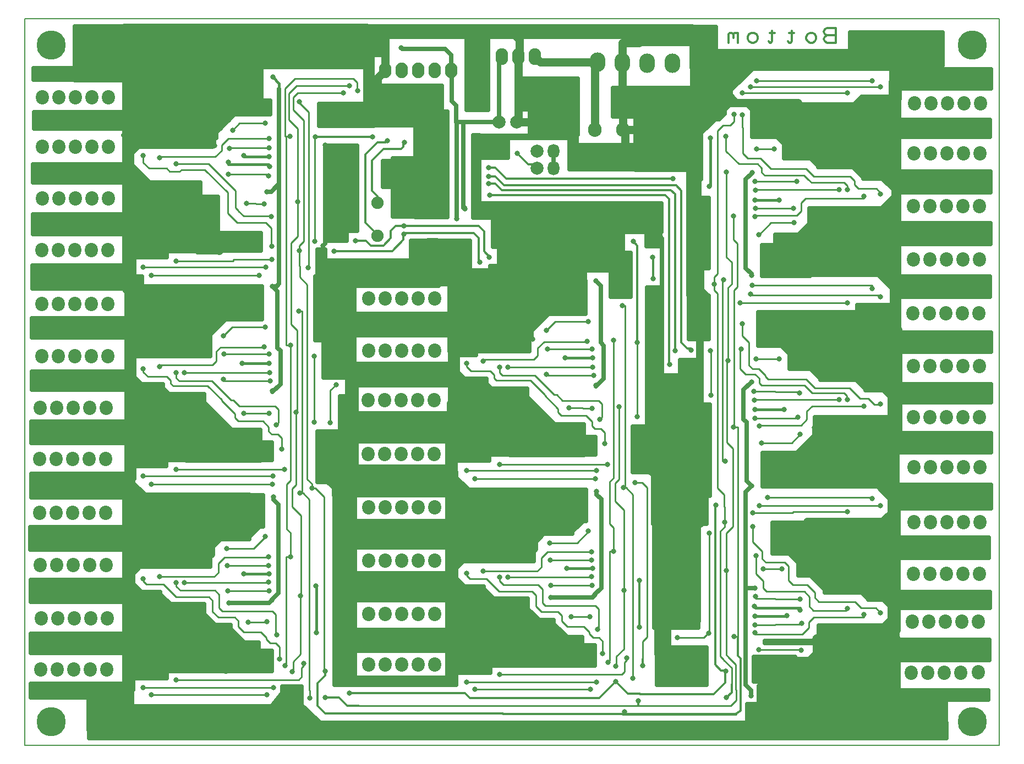
<source format=gbr>
G04 EasyPC Gerber Version 21.0.3 Build 4286 *
G04 #@! TF.Part,Single*
G04 #@! TF.FileFunction,Copper,L2,Bot *
G04 #@! TF.FilePolarity,Positive *
%FSLAX45Y45*%
%MOMM*%
G04 #@! TA.AperFunction,WasherPad*
%ADD17O,1.80000X2.20000*%
%ADD14O,1.90000X2.40000*%
%ADD15O,1.90000X2.60000*%
%ADD12O,2.00000X2.20000*%
%ADD19O,2.10000X2.20000*%
%ADD18O,2.40000X3.00000*%
G04 #@! TD.AperFunction*
%ADD24C,0.12700*%
%ADD20C,0.28000*%
%ADD22C,0.30000*%
%ADD70C,0.38000*%
%ADD21C,0.38100*%
%ADD10C,0.63500*%
G04 #@! TA.AperFunction,WasherPad*
%ADD13C,0.82000*%
G04 #@! TD.AperFunction*
%ADD23C,1.27000*%
G04 #@! TA.AperFunction,ComponentPad*
%ADD71C,1.90000*%
G04 #@! TA.AperFunction,WasherPad*
%ADD16C,2.00000*%
%ADD11C,4.50000*%
X0Y0D02*
D02*
D10*
X175210Y3021350D02*
X1651820D01*
Y3368600*
X175210*
Y3021350*
G36*
X1651820*
Y3368600*
X175210*
Y3021350*
G37*
X178380Y741790D02*
X1731070D01*
Y959400*
X178380*
Y741790*
G36*
X1731070*
Y959400*
X178380*
Y741790*
G37*
X181550Y2219340D02*
X1677790D01*
Y2558200*
X181550*
Y2219340*
G36*
X1677790*
Y2558200*
X181550*
Y2219340*
G37*
X184720Y1426840D02*
X1680960D01*
Y1723370*
X184720*
Y1426840*
G36*
X1680960*
Y1723370*
X184720*
Y1426840*
G37*
X187890Y3828250D02*
X1639140D01*
Y4189630*
X187890*
Y3828250*
G36*
X1639140*
Y4189630*
X187890*
Y3828250*
G37*
X194230Y4665130D02*
X1655600D01*
Y4992760*
X194230*
Y4665130*
G36*
X1655600*
Y4992760*
X194230*
Y4665130*
G37*
X197400Y5487610D02*
X1680960D01*
Y5768290*
X197400*
Y5487610*
G36*
X1680960*
Y5768290*
X197400*
Y5487610*
G37*
X200570Y6292790D02*
X1646090D01*
Y6582980*
X200570*
Y6292790*
G36*
X1646090*
Y6582980*
X200570*
Y6292790*
G37*
X203740Y7045800D02*
X1649260D01*
Y7395950*
X203740*
Y7045800*
G36*
X1649260*
Y7395950*
X203740*
Y7045800*
G37*
X216420Y8676630D02*
X1633410D01*
Y8955590*
X216420*
Y8676630*
G36*
X1633410*
Y8955590*
X216420*
Y8676630*
G37*
X219590Y7877790D02*
X1591590D01*
Y8183830*
X219590*
Y7877790*
G36*
X1591590*
Y8183830*
X219590*
Y7877790*
G37*
X225930Y10261300D02*
X1018430D01*
Y10441990*
X225930*
Y10261300*
G36*
X1018430*
Y10441990*
X225930*
Y10261300*
G37*
X232270Y9504000D02*
X3103680D01*
Y9763940*
X232270*
Y9504000*
G36*
X3103680*
Y9763940*
X232270*
Y9504000*
G37*
X856760Y10250670D02*
X1750700D01*
Y11085500*
X856760*
Y10250670*
G36*
X1750700*
Y11085500*
X856760*
Y10250670*
G37*
X1072320Y240930D02*
X1741190D01*
Y836890*
X1072320*
Y240930*
G36*
X1741190*
Y836890*
X1072320*
Y240930*
G37*
X1081830Y114130D02*
X14269030D01*
Y358220*
X1081830*
Y114130*
G36*
X14269030*
Y358220*
X1081830*
Y114130*
G37*
X1617560Y859080D02*
X1753260D01*
Y4130850*
X1617560*
Y859080*
G36*
X1753260*
Y4130850*
X1617560*
Y859080*
G37*
Y9729070D02*
X3730880D01*
Y11088670*
X1617560*
Y9729070*
G36*
X3730880*
Y11088670*
X1617560*
Y9729070*
G37*
X1630240Y291650D02*
X4359610D01*
Y611820*
X1630240*
Y291650*
G36*
X4359610*
Y611820*
X1630240*
Y291650*
G37*
X1652430Y4111830D02*
X1772280D01*
Y7646380*
X1652430*
Y4111830*
G36*
X1772280*
Y7646380*
X1652430*
Y4111830*
G37*
X1655600Y7605170D02*
X1743750D01*
Y9510340*
X1655600*
Y7605170*
G36*
X1743750*
Y9510340*
X1655600*
Y7605170*
G37*
X1680350Y5766570D02*
X1686690D01*
X2029050Y5424210*
X1680350*
X1667670Y5370320*
X1680350Y5766570*
G36*
X1686690*
X2029050Y5424210*
X1680350*
X1667670Y5370320*
X1680350Y5766570*
G37*
X1689860Y2555360D02*
X1696200D01*
X2038560Y2213000*
X1689860*
X1677180Y2159110*
X1689860Y2555360*
G36*
X1696200*
X2038560Y2213000*
X1689860*
X1677180Y2159110*
X1689860Y2555360*
G37*
X1693030Y9225040D02*
X2973710D01*
Y9516680*
X1693030*
Y9225040*
G36*
X2973710*
Y9516680*
X1693030*
Y9225040*
G37*
X1702540Y2761410D02*
X2945180D01*
Y3243250*
X1702540*
Y2761410*
G36*
X2945180*
Y3243250*
X1702540*
Y2761410*
G37*
X1705710Y4311540D02*
X2263630D01*
Y4460530*
X1705710*
Y4311540*
G36*
X2263630*
Y4460530*
X1705710*
Y4311540*
G37*
Y7633700D02*
X2793020D01*
Y8679800*
X1705710*
Y7633700*
G36*
X2793020*
Y8679800*
X1705710*
Y7633700*
G37*
X1708880Y5997980D02*
X2939450D01*
Y6628810*
X1708880*
Y5997980*
G36*
X2939450*
Y6628810*
X1708880*
Y5997980*
G37*
X1718390Y4083300D02*
X1724730D01*
X2067090Y3740940*
X1718390*
X1705710Y3687050*
X1718390Y4083300*
G36*
X1724730*
X2067090Y3740940*
X1718390*
X1705710Y3687050*
X1718390Y4083300*
G37*
X1724730Y1043270D02*
X2276310D01*
Y1163730*
X1724730*
Y1043270*
G36*
X2276310*
Y1163730*
X1724730*
Y1043270*
G37*
Y1823090D02*
X2853250D01*
Y2187640*
X1724730*
Y1823090*
G36*
X2853250*
Y2187640*
X1724730*
Y1823090*
G37*
Y8958760D02*
X1731070D01*
X2073430Y8616400*
X1724730*
X1712050Y8562510*
X1724730Y8958760*
G36*
X1731070*
X2073430Y8616400*
X1724730*
X1712050Y8562510*
X1724730Y8958760*
G37*
X1731070Y1151050D02*
X3255840D01*
Y1857960*
X1731070*
Y1151050*
G36*
X3255840*
Y1857960*
X1731070*
Y1151050*
G37*
X1734240Y5402020D02*
X2216080D01*
Y5573200*
X1734240*
Y5402020*
G36*
X2216080*
Y5573200*
X1734240*
Y5402020*
G37*
X1740580Y3186190D02*
X3541140D01*
Y3864570*
X1740580*
Y3186190*
G36*
X3541140*
Y3864570*
X1740580*
Y3186190*
G37*
X1743750Y4470040D02*
X2850080D01*
Y5417870*
X1743750*
Y4470040*
G36*
X2850080*
Y5417870*
X1743750*
Y4470040*
G37*
X1750090Y2146430D02*
X2174870D01*
Y2368330*
X1750090*
Y2146430*
G36*
X2174870*
Y2368330*
X1750090*
Y2146430*
G37*
X1753260Y7522750D02*
X2276310D01*
Y7633700*
X1753260*
Y7522750*
G36*
X2276310*
Y7633700*
X1753260*
Y7522750*
G37*
X1765940Y6568580D02*
X3740850D01*
Y7078950*
X1765940*
Y6568580*
G36*
X3740850*
Y7078950*
X1765940*
Y6568580*
G37*
X1778620Y7069440D02*
X1895910D01*
Y7231110*
X1778620*
Y7069440*
G36*
X1895910*
Y7231110*
X1778620*
Y7069440*
G37*
X1918100Y2818470D02*
Y2815300D01*
X1702540Y2599740*
Y2818470*
X1680350Y2840660*
X1918100Y2818470*
G36*
Y2815300*
X1702540Y2599740*
Y2818470*
X1680350Y2840660*
X1918100Y2818470*
G37*
X2003690Y9396220D02*
Y9389880D01*
X1661330Y9047520*
Y9396220*
X1607440Y9408900*
X2003690Y9396220*
G36*
Y9389880*
X1661330Y9047520*
Y9396220*
X1607440Y9408900*
X2003690Y9396220*
G37*
X2143170Y2361990D02*
X2149510D01*
X2491870Y2019630*
X2143170*
X2130490Y1965740*
X2143170Y2361990*
G36*
X2149510*
X2491870Y2019630*
X2143170*
X2130490Y1965740*
X2143170Y2361990*
G37*
X2174870Y5541500D02*
X2181210D01*
X2523570Y5199140*
X2174870*
X2162190Y5145250*
X2174870Y5541500*
G36*
X2181210*
X2523570Y5199140*
X2174870*
X2162190Y5145250*
X2174870Y5541500*
G37*
X2580630Y4393960D02*
X3715490D01*
Y4866290*
X2580630*
Y4393960*
G36*
X3715490*
Y4866290*
X2580630*
Y4393960*
G37*
X2748640Y7605170D02*
X3062470D01*
Y8457900*
X2748640*
Y7605170*
G36*
X3062470*
Y8457900*
X2748640*
Y7605170*
G37*
X2774000Y2102050D02*
X2780340D01*
X3122700Y1759690*
X2774000*
X2761320Y1705800*
X2774000Y2102050*
G36*
X2780340*
X3122700Y1759690*
X2774000*
X2761320Y1705800*
X2774000Y2102050*
G37*
X2875440Y9361350D02*
X3037110D01*
Y9557890*
X2875440*
Y9361350*
G36*
X3037110*
Y9557890*
X2875440*
Y9361350*
G37*
X2929330Y6181840D02*
X2913480D01*
Y6501830*
X2919820Y6508170*
X2992730Y9633970D02*
X3233650D01*
Y9824170*
X2992730*
Y9633970*
G36*
X3233650*
Y9824170*
X2992730*
Y9633970*
G37*
X3011750Y9247560D02*
X3001690D01*
Y9330660*
X2980050*
Y9551550*
X3043450Y7624190D02*
X3718660D01*
Y7896810*
X3043450*
Y7624190*
G36*
X3718660*
Y7896810*
X3043450*
Y7624190*
G37*
X3144890Y3227400D02*
Y3224230D01*
X2929330Y3008670*
Y3227400*
X2907140Y3249590*
X3144890Y3227400*
G36*
Y3224230*
X2929330Y3008670*
Y3227400*
X2907140Y3249590*
X3144890Y3227400*
G37*
X3208290Y1842110D02*
X3214630D01*
X3556990Y1499750*
X3208290*
X3195610Y1445860*
X3208290Y1842110*
G36*
X3214630*
X3556990Y1499750*
X3208290*
X3195610Y1445860*
X3208290Y1842110*
G37*
X3214630Y6647830D02*
Y6603450D01*
X2799360Y6188180*
Y6651000*
X2831060Y6682700*
X3214630Y6647830*
G36*
Y6603450*
X2799360Y6188180*
Y6651000*
X2831060Y6682700*
X3214630Y6647830*
G37*
X3231090Y2203490D02*
X3850480D01*
X3892000Y2245010*
X3236820Y1151050D02*
X3690130D01*
Y1588510*
X3236820*
Y1151050*
G36*
X3690130*
Y1588510*
X3236820*
Y1151050*
G37*
X3297050Y4844100D02*
X2754980Y5386170D01*
Y4844100*
X2761320Y4825080*
X3297050Y4844100*
G36*
X2754980Y5386170*
Y4844100*
X2761320Y4825080*
X3297050Y4844100*
G37*
X3325580Y9741750D02*
Y9735410D01*
X2983220Y9393050*
Y9741750*
X2929330Y9754430*
X3325580Y9741750*
G36*
Y9735410*
X2983220Y9393050*
Y9741750*
X2929330Y9754430*
X3325580Y9741750*
G37*
X3452380Y9729070D02*
X3861310D01*
Y9935120*
X3452380*
Y9729070*
G36*
X3861310*
Y9935120*
X3452380*
Y9729070*
G37*
X3496760Y3379560D02*
X3756700D01*
Y3858230*
X3496760*
Y3379560*
G36*
X3756700*
Y3858230*
X3496760*
Y3379560*
G37*
X3671110Y1154220D02*
X3886670D01*
Y1468050*
X3671110*
Y1154220*
G36*
X3886670*
Y1468050*
X3671110*
Y1154220*
G37*
X3693300Y4400300D02*
X3893010D01*
Y4676090*
X3693300*
Y4400300*
G36*
X3893010*
Y4676090*
X3693300*
Y4400300*
G37*
X3697080Y10454670D02*
X5358160D01*
Y11091840*
X3697080*
Y10454670*
G36*
X5358160*
Y11091840*
X3697080*
Y10454670*
G37*
X3740850Y3417600D02*
Y3414430D01*
X3525290Y3198870*
Y3417600*
X3503100Y3439790*
X3740850Y3417600*
G36*
Y3414430*
X3525290Y3198870*
Y3417600*
X3503100Y3439790*
X3740850Y3417600*
G37*
X3813760Y8537150D02*
X3879010D01*
X4003960Y8662100*
Y8762220*
X3874600Y595970D02*
X4077480D01*
Y846400*
X3874600Y595970*
G36*
X4077480*
Y846400*
X3874600Y595970*
G37*
X3892000Y2245010D02*
Y2251350D01*
X3990270Y2349620*
Y3715890*
X3917360Y3788800*
Y3833180*
X3901510Y5472070D02*
Y5449880D01*
X4021970Y5570340*
Y6083570*
X3977590Y6127950*
Y7000010*
X3901510Y7076090*
X4003960Y8762220D02*
Y7117300D01*
X3962750Y7076090*
X3901510*
X4003960Y8762220D02*
Y10118980D01*
X4052120Y618160D02*
X4346930D01*
Y912970*
X4052120*
Y618160*
G36*
X4346930*
Y912970*
X4052120*
Y618160*
G37*
X4331080Y640350D02*
Y339200D01*
X4651250*
X4331080Y640350*
G36*
Y339200*
X4651250*
X4331080Y640350*
G37*
X4556150Y6251250D02*
X4689290D01*
Y7230780*
X4556150*
Y6251250*
G36*
X4689290*
Y7230780*
X4556150*
Y6251250*
G37*
X4591020Y7386110D02*
X4708310D01*
Y7646050*
X4591020*
Y7386110*
G36*
X4708310*
Y7646050*
X4591020*
Y7386110*
G37*
X4593920Y7130920D02*
X6293040D01*
Y7474400*
X4593920*
Y7130920*
G36*
X6293040*
Y7474400*
X4593920*
Y7130920*
G37*
X4596290Y4062830D02*
X5052770D01*
Y4842650*
X4596290*
Y4062830*
G36*
X5052770*
Y4842650*
X4596290*
Y4062830*
G37*
X4618940Y9551220D02*
X5456430D01*
Y9887570*
X4618940*
Y9551220*
G36*
X5456430*
Y9887570*
X4618940*
Y9551220*
G37*
X4673630Y7088130D02*
X6454710D01*
Y7146770*
X4673630*
Y7088130*
G36*
X6454710*
Y7146770*
X4673630*
Y7088130*
G37*
X4678210Y7707910D02*
Y7296730D01*
X4824530Y7150410*
X5342770Y7146770*
X4685050Y5673190D02*
X5164790D01*
Y7479320*
X4685050*
Y5673190*
G36*
X5164790*
Y7479320*
X4685050*
Y5673190*
G37*
X4709030Y9253240D02*
Y7738730D01*
X4678210Y7707910*
X4711480Y7779190D02*
X5041160D01*
Y9240560*
X4711480*
Y7779190*
G36*
X5041160*
Y9240560*
X4711480*
Y7779190*
G37*
X4750320Y6320520D02*
X6629330D01*
Y6601200*
X4750320*
Y6320520*
G36*
X6629330*
Y6601200*
X4750320*
Y6320520*
G37*
X4801040Y5688620D02*
X6622990D01*
Y5879890*
X4801040*
Y5688620*
G36*
X6622990*
Y5879890*
X4801040*
Y5688620*
G37*
X4850960Y3863770D02*
X6584950D01*
Y4298060*
X4850960*
Y3863770*
G36*
X6584950*
Y4298060*
X4850960*
Y3863770*
G37*
X4859860Y938330D02*
X5167960D01*
Y4191080*
X4859860*
Y938330*
G36*
X5167960*
Y4191080*
X4859860*
Y938330*
G37*
X4863640Y2243900D02*
X6572270D01*
Y2656000*
X4863640*
Y2243900*
G36*
X6572270*
Y2656000*
X4863640*
Y2243900*
G37*
Y3052250D02*
X6584950D01*
Y3461650*
X4863640*
Y3052250*
G36*
X6584950*
Y3461650*
X4863640*
Y3052250*
G37*
X4869370Y2878700D02*
Y3940650D01*
X4592450Y4217570*
Y4462570*
X4606260Y4476380*
X4909280Y1467720D02*
X6610310D01*
Y1787890*
X4909280*
Y1467720*
G36*
X6610310*
Y1787890*
X4909280*
Y1467720*
G37*
X4942890Y4812070D02*
X5047500D01*
Y5385840*
X4942890*
Y4812070*
G36*
X5047500*
Y5385840*
X4942890*
Y4812070*
G37*
X5009460Y7934520D02*
X5206000D01*
Y9243730*
X5009460*
Y7934520*
G36*
X5206000*
Y9243730*
X5009460*
Y7934520*
G37*
X5052770Y4145250D02*
X5193320D01*
Y5695380*
X5052770*
Y4145250*
G36*
X5193320*
Y5695380*
X5052770*
Y4145250*
G37*
X5057010Y4687970D02*
X6676880D01*
Y5119090*
X5057010*
Y4687970*
G36*
X6676880*
Y5119090*
X5057010*
Y4687970*
G37*
X5095050Y6089860D02*
X4736840D01*
X5164790Y938330D02*
X6676880D01*
Y1046110*
X5164790*
Y938330*
G36*
X6676880*
Y1046110*
X5164790*
Y938330*
G37*
X5167960Y5557020D02*
X6635670D01*
Y5721860*
X5167960*
Y5557020*
G36*
X6635670*
Y5721860*
X5167960*
Y5557020*
G37*
X5301100Y10641700D02*
X5602250D01*
Y10949190*
X5301100*
Y10641700*
G36*
X5602250*
Y10949190*
X5301100*
Y10641700*
G37*
X5332800Y9719230D02*
X5443750D01*
Y10768500*
X5332800*
Y9719230*
G36*
X5443750*
Y10768500*
X5332800*
Y9719230*
G37*
X5343110Y10926530D02*
X8665270D01*
Y11078690*
X5343110*
Y10926530*
G36*
X8665270*
Y11078690*
X5343110*
Y10926530*
G37*
X5380350Y9554390D02*
X6505700D01*
Y10169370*
X5380350*
Y9554390*
G36*
X6505700*
Y10169370*
X5380350*
Y9554390*
G37*
X5599080Y8606560D02*
X5779770D01*
Y9009150*
X5599080*
Y8606560*
G36*
X5779770*
Y9009150*
X5599080*
Y8606560*
G37*
X5751240Y8150080D02*
X6404260D01*
Y9053530*
X5751240*
Y8150080*
G36*
X6404260*
Y9053530*
X5751240*
Y8150080*
G37*
X6036540Y7145190D02*
X6939990D01*
Y7782360*
X6036540*
Y7145190*
G36*
X6939990*
Y7782360*
X6036540*
Y7145190*
G37*
X6099940Y8146910D02*
X6588120D01*
Y9773120*
X6099940*
Y8146910*
G36*
X6588120*
Y9773120*
X6099940*
Y8146910*
G37*
X6366220Y9655830D02*
Y9721600D01*
X6420910Y9776290*
X6588920Y935160D02*
X6725690D01*
Y4213920*
X6588920*
Y935160*
G36*
X6725690*
Y4213920*
X6588920*
Y935160*
G37*
X6613480Y4070290D02*
X6714920D01*
Y4415820*
X6613480*
Y4070290*
G36*
X6714920*
Y4415820*
X6613480*
Y4070290*
G37*
X6623790Y6651650D02*
X8713280D01*
Y7162020*
X6623790*
Y6651650*
G36*
X8713280*
Y7162020*
X6623790*
Y6651650*
G37*
X6626960Y6081050D02*
X7854210D01*
Y6711880*
X6626960*
Y6081050*
G36*
X7854210*
Y6711880*
X6626960*
Y6081050*
G37*
Y7109850D02*
X8706480D01*
Y7319070*
X6626960*
Y7109850*
G36*
X8706480*
Y7319070*
X6626960*
Y7109850*
G37*
X6630130Y4553110D02*
X7822510D01*
Y5500940*
X6630130*
Y4553110*
G36*
X7822510*
Y5500940*
X6630130*
Y4553110*
G37*
X6652780Y5849640D02*
X6659120D01*
X7001480Y5507280*
X6652780*
X6640100Y5453390*
X6652780Y5849640*
G36*
X6659120*
X7001480Y5507280*
X6652780*
X6640100Y5453390*
X6652780Y5849640*
G37*
X6653120Y10406650D02*
Y10640030D01*
X6556820Y10736330*
X5897860*
X5878840Y10755350*
X6662290Y2638430D02*
X6668630D01*
X7010990Y2296070*
X6662290*
X6649610Y2242180*
X6662290Y2638430*
G36*
X6668630*
X7010990Y2296070*
X6662290*
X6649610Y2242180*
X6662290Y2638430*
G37*
X6673710Y5737710D02*
X6749790D01*
Y6013500*
X6673710*
Y5737710*
G36*
X6749790*
Y6013500*
X6673710*
Y5737710*
G37*
X6674970Y2844480D02*
X7917610D01*
Y3326320*
X6674970*
Y2844480*
G36*
X7917610*
Y3326320*
X6674970*
Y2844480*
G37*
X6678140Y4394610D02*
X7236060D01*
Y4543600*
X6678140*
Y4394610*
G36*
X7236060*
Y4543600*
X6678140*
Y4394610*
G37*
X6680050Y6019840D02*
X7035090D01*
Y6099090*
X6680050*
Y6019840*
G36*
X7035090*
Y6099090*
X6680050*
Y6019840*
G37*
X6690820Y4166370D02*
X6697160D01*
X7039520Y3824010*
X6690820*
X6678140Y3770120*
X6690820Y4166370*
G36*
X6697160*
X7039520Y3824010*
X6690820*
X6678140Y3770120*
X6690820Y4166370*
G37*
X6697160Y1126340D02*
X7248740D01*
Y1246800*
X6697160*
Y1126340*
G36*
X7248740*
Y1246800*
X6697160*
Y1126340*
G37*
Y1906160D02*
X7825680D01*
Y2270710*
X6697160*
Y1906160*
G36*
X7825680*
Y2270710*
X6697160*
Y1906160*
G37*
X6703500Y1234120D02*
X8228270D01*
Y1941030*
X6703500*
Y1234120*
G36*
X8228270*
Y1941030*
X6703500*
Y1234120*
G37*
X6706670Y5485090D02*
X7188510D01*
Y5656270*
X6706670*
Y5485090*
G36*
X7188510*
Y5656270*
X6706670*
Y5485090*
G37*
X6713010Y3269260D02*
X8513570D01*
Y3947640*
X6713010*
Y3269260*
G36*
X8513570*
Y3947640*
X6713010*
Y3269260*
G37*
X6722520Y2229500D02*
X7147300D01*
Y2451400*
X6722520*
Y2229500*
G36*
X7147300*
Y2451400*
X6722520*
Y2229500*
G37*
X6838550Y9608280D02*
X6751060D01*
X6731570Y9588790*
Y8121080*
X6734740Y8117910*
X6838550Y9608280D02*
X6724430D01*
Y9858710*
X6655820Y9927320*
Y10403950*
X6653120Y10406650*
X6861540Y8270070D02*
Y8286390D01*
X6838550*
Y9608280*
X6889270Y9795310D02*
X7222120D01*
Y10942850*
X6889270*
Y9795310*
G36*
X7222120*
Y10942850*
X6889270*
Y9795310*
G37*
X6890530Y2901540D02*
Y2898370D01*
X6674970Y2682810*
Y2901540*
X6652780Y2923730*
X6890530Y2901540*
G36*
Y2898370*
X6674970Y2682810*
Y2901540*
X6652780Y2923730*
X6890530Y2901540*
G37*
X6990710Y8137400D02*
X7079470D01*
Y9402230*
X6990710*
Y8137400*
G36*
X7079470*
Y9402230*
X6990710*
Y8137400*
G37*
X7003390Y9364190D02*
X8575710D01*
Y9399060*
X7003390*
Y9364190*
G36*
X8575710*
Y9399060*
X7003390*
Y9364190*
G37*
X7063620Y9059870D02*
X7523270D01*
Y9376870*
X7063620*
Y9059870*
G36*
X7523270*
Y9376870*
X7063620*
Y9059870*
G37*
X7069960Y8134230D02*
X7282350D01*
Y8352960*
X7069960*
Y8134230*
G36*
X7282350*
Y8352960*
X7069960*
Y8134230*
G37*
X7115600Y2445060D02*
X7121940D01*
X7464300Y2102700*
X7115600*
X7102920Y2048810*
X7115600Y2445060*
G36*
X7121940*
X7464300Y2102700*
X7115600*
X7102920Y2048810*
X7115600Y2445060*
G37*
X7147300Y5624570D02*
X7153640D01*
X7496000Y5282210*
X7147300*
X7134620Y5228320*
X7147300Y5624570*
G36*
X7153640*
X7496000Y5282210*
X7147300*
X7134620Y5228320*
X7147300Y5624570*
G37*
X7190420Y10917490D02*
X10359680D01*
Y11078690*
X7190420*
Y10917490*
G36*
X10359680*
Y11078690*
X7190420*
Y10917490*
G37*
X7250650Y7319540D02*
X7738830D01*
Y7389280*
X7250650*
Y7319540*
G36*
X7738830*
Y7389280*
X7250650*
Y7319540*
G37*
X7295030Y7912330D02*
X9888090D01*
Y8356130*
X7295030*
Y7912330*
G36*
X9888090*
Y8356130*
X7295030*
Y7912330*
G37*
X7298200Y7690430D02*
X7488400D01*
Y7928180*
X7298200*
Y7690430*
G36*
X7488400*
Y7928180*
X7298200*
Y7690430*
G37*
X7383790Y7322710D02*
X9295300D01*
Y7937690*
X7383790*
Y7322710*
G36*
X9295300*
Y7937690*
X7383790*
Y7322710*
G37*
X7386920Y9608610D02*
X7175370D01*
Y9608280*
X6838550*
X7386920Y9608610D02*
Y10568920D01*
X7433570Y10615570*
X7553060Y4477030D02*
X8687920D01*
Y4949360*
X7553060*
Y4477030*
G36*
X8687920*
Y4949360*
X7553060*
Y4477030*
G37*
X7729320Y9801650D02*
X7894160D01*
Y10280320*
X7729320*
Y9801650*
G36*
X7894160*
Y10280320*
X7729320*
Y9801650*
G37*
X7746430Y2185120D02*
X7752770D01*
X8095130Y1842760*
X7746430*
X7733750Y1788870*
X7746430Y2185120*
G36*
X7752770*
X8095130Y1842760*
X7746430*
X7733750Y1788870*
X7746430Y2185120*
G37*
X7862460Y9414910D02*
X8601070D01*
Y10277150*
X7862460*
Y9414910*
G36*
X8601070*
Y10277150*
X7862460*
Y9414910*
G37*
X7901760Y6264910D02*
X7885910D01*
Y6584900*
X7892250Y6591240*
X8117320Y3310470D02*
Y3307300D01*
X7901760Y3091740*
Y3310470*
X7879570Y3332660*
X8117320Y3310470*
G36*
Y3307300*
X7901760Y3091740*
Y3310470*
X7879570Y3332660*
X8117320Y3310470*
G37*
X8180720Y1925180D02*
X8187060D01*
X8529420Y1582820*
X8180720*
X8168040Y1528930*
X8180720Y1925180*
G36*
X8187060*
X8529420Y1582820*
X8180720*
X8168040Y1528930*
X8180720Y1925180*
G37*
X8187060Y2286560D02*
X8822910D01*
X8864430Y2328080*
X8187060Y6730900D02*
Y6686520D01*
X7771790Y6271250*
Y6734070*
X7803490Y6765770*
X8187060Y6730900*
G36*
Y6686520*
X7771790Y6271250*
Y6734070*
X7803490Y6765770*
X8187060Y6730900*
G37*
X8209250Y1234120D02*
X8662560D01*
Y1671580*
X8209250*
Y1234120*
G36*
X8662560*
Y1671580*
X8209250*
Y1234120*
G37*
X8225040Y9157670D02*
Y8894560D01*
X8269480Y4927170D02*
X7727410Y5469240D01*
Y4927170*
X7733750Y4908150*
X8269480Y4927170*
G36*
X7727410Y5469240*
Y4927170*
X7733750Y4908150*
X8269480Y4927170*
G37*
X8469190Y3462630D02*
X8729130D01*
Y3941300*
X8469190*
Y3462630*
G36*
X8729130*
Y3941300*
X8469190*
Y3462630*
G37*
X8471100Y8882350D02*
X9504520D01*
Y9253240*
X8471100*
Y8882350*
G36*
X9504520*
Y9253240*
X8471100*
Y8882350*
G37*
Y9259580D02*
X8578880D01*
Y9471970*
X8471100*
Y9259580*
G36*
X8578880*
Y9471970*
X8471100*
Y9259580*
G37*
X8643540Y1237290D02*
X8859100D01*
Y1551120*
X8643540*
Y1237290*
G36*
X8859100*
Y1551120*
X8643540*
Y1237290*
G37*
X8665730Y4483370D02*
X8865440D01*
Y4759160*
X8665730*
Y4483370*
G36*
X8865440*
Y4759160*
X8665730*
Y4483370*
G37*
X8713280Y3500670D02*
Y3497500D01*
X8497720Y3281940*
Y3500670*
X8475530Y3522860*
X8713280Y3500670*
G36*
Y3497500*
X8497720Y3281940*
Y3500670*
X8475530Y3522860*
X8713280Y3500670*
G37*
X8864430Y2328080D02*
Y2334420D01*
X8962700Y2432690*
Y3798960*
X8889790Y3871870*
Y3916250*
X8873940Y5555140D02*
Y5532950D01*
X8994400Y5653410*
Y6166640*
X8950020Y6211020*
Y7083080*
X8873940Y7159160*
X9101930Y6916950D02*
X9409420D01*
Y7595330*
X9101930*
Y6916950*
G36*
X9409420*
Y7595330*
X9101930*
Y6916950*
G37*
X9136800Y9697040D02*
X9533050D01*
Y10137670*
X9136800*
Y9697040*
G36*
X9533050*
Y10137670*
X9136800*
Y9697040*
G37*
X9447460Y4219280D02*
X10505500D01*
Y4919380*
X9447460*
Y4219280*
G36*
X10505500*
Y4919380*
X9447460*
Y4219280*
G37*
X9485500Y8872840D02*
X10325550D01*
Y10137670*
X9485500*
Y8872840*
G36*
X10325550*
Y10137670*
X9485500*
Y8872840*
G37*
X9578690Y4559450D02*
X9849780Y4830540D01*
Y5274420*
X9653510Y7696770D02*
X9865900D01*
Y7921840*
X9653510*
Y7696770*
G36*
X9865900*
Y7921840*
X9653510*
Y7696770*
G37*
X9663020Y4697480D02*
X10491080D01*
Y5706010*
X9663020*
Y4697480*
G36*
X10491080*
Y5706010*
X9663020*
Y4697480*
G37*
Y5726720D02*
X9891260D01*
Y7059130*
X9663020*
Y5726720*
G36*
X9891260*
Y7059130*
X9663020*
Y5726720*
G37*
X9698690Y6586800D02*
X9891260D01*
X9761290Y3423140D02*
X10530860D01*
Y4247340*
X9761290*
Y3423140*
G36*
X10530860*
Y4247340*
X9761290*
Y3423140*
G37*
X9768430Y7924540D02*
X9809640D01*
Y7930880*
X9891260Y7816760*
Y6586800*
X9773970Y1822290D02*
X10448440D01*
Y3537260*
X9773970*
Y1822290*
G36*
X10448440*
Y3537260*
X9773970*
Y1822290*
G37*
X9796160Y2897390D02*
Y1876650D01*
X9853220Y1819590*
X9796160Y2897390D02*
Y4145100D01*
X9796960Y4145900*
X9564880Y4300640*
Y4545640*
X9578690Y4559450*
X9806470Y1416530D02*
X10000660D01*
Y1857160*
X9806470*
Y1416530*
G36*
X10000660*
Y1857160*
X9806470*
Y1416530*
G37*
X9818350Y938820D02*
X10575240D01*
Y1511630*
X9818350*
Y938820*
G36*
X10575240*
Y1511630*
X9818350*
Y938820*
G37*
X9849780Y5274420D02*
Y5931080D01*
X9891260*
Y6586800*
X10106080Y5581910D02*
X10497420D01*
Y5706010*
X10106080*
Y5581910*
G36*
X10497420*
Y5706010*
X10106080*
Y5581910*
G37*
X10170220Y5702840D02*
X10499900D01*
Y5940590*
X10170220*
Y5702840*
G36*
X10499900*
Y5940590*
X10170220*
Y5702840*
G37*
X10300190Y6938670D02*
X10402320D01*
Y10134500*
X10300190*
Y6938670*
G36*
X10402320*
Y10134500*
X10300190*
Y6938670*
G37*
X10305460Y6266630D02*
X10614710D01*
Y6935500*
X10305460*
Y6266630*
G36*
X10614710*
Y6935500*
X10305460*
Y6266630*
G37*
X10326240Y9921640D02*
Y9927980D01*
X10465720Y10067460*
X10703470*
X10849290Y9921640*
Y9899450*
X10326240Y9921640*
G36*
Y9927980*
X10465720Y10067460*
X10703470*
X10849290Y9921640*
Y9899450*
X10326240Y9921640*
G37*
X10345260Y9893110D02*
X10855630D01*
Y9734610*
X10776380Y9655360*
X10487910*
X10383300Y9550750*
X10345260Y9893110*
G36*
X10855630*
Y9734610*
X10776380Y9655360*
X10487910*
X10383300Y9550750*
X10345260Y9893110*
G37*
X10353340Y10451030D02*
X10721060D01*
Y11072350*
X10353340*
Y10451030*
G36*
X10721060*
Y11072350*
X10353340*
Y10451030*
G37*
X10362850Y9877260D02*
X10953900D01*
Y10463710*
X10362850*
Y9877260*
G36*
X10953900*
Y10463710*
X10362850*
Y9877260*
G37*
X10367450Y6887950D02*
X10497420D01*
Y7439530*
X10367450*
Y6887950*
G36*
X10497420*
Y7439530*
X10367450*
Y6887950*
G37*
X10373790Y8726550D02*
X10491080D01*
Y9674380*
X10373790*
Y8726550*
G36*
X10491080*
Y9674380*
X10373790*
Y8726550*
G37*
X10380630Y9382490D02*
X10405490D01*
Y9713850*
X10565730Y9874090*
X10380630Y9382490D02*
Y8256220D01*
X10392690Y8244160*
X10386470Y8453930D02*
X10465720D01*
Y8723380*
X10386470*
Y8453930*
G36*
X10465720*
Y8723380*
X10386470*
Y8453930*
G37*
X10392690Y8244160D02*
X10513270D01*
Y7027430*
X10594920Y6945780*
Y6645430*
X10582300Y6632810*
X10402320Y7353940D02*
X10611540D01*
Y8441250*
X10402320*
Y7353940*
G36*
X10611540*
Y8441250*
X10402320*
Y7353940*
G37*
X10424510Y1882520D02*
Y1923730D01*
X10462370*
Y3370130*
X10493190Y3400950*
X10452350Y5937420D02*
X10480880D01*
Y6286120*
X10452350*
Y5937420*
G36*
X10480880*
Y6286120*
X10452350*
Y5937420*
G37*
X10456210Y3847920D02*
X10633730D01*
Y5255400*
X10456210*
Y3847920*
G36*
X10633730*
Y5255400*
X10456210*
Y3847920*
G37*
X10493190Y3400950D02*
Y4974560D01*
X10505250Y4986620*
X10503760Y3419970D02*
X10579840D01*
Y3841580*
X10503760*
Y3419970*
G36*
X10579840*
Y3841580*
X10503760*
Y3419970*
G37*
X10505250Y4986620D02*
Y6555760D01*
X10582300Y6632810*
X10689360Y10428840D02*
X13529680D01*
Y10698290*
X10689360*
Y10428840*
G36*
X13529680*
Y10698290*
X10689360*
Y10428840*
G37*
X10738340Y9693400D02*
Y9677550D01*
X10481570Y9420780*
Y9693400*
X10491080Y9699740*
X10738340Y9693400*
G36*
Y9677550*
X10481570Y9420780*
Y9693400*
X10491080Y9699740*
X10738340Y9693400*
G37*
X10849290Y9763140D02*
Y9785330D01*
X10938050Y9874090*
X10706640*
X10849290Y9763140*
G36*
Y9785330*
X10938050Y9874090*
X10706640*
X10849290Y9763140*
G37*
X10896840Y10080140D02*
X11026810Y9950170D01*
X10896840*
X10874650Y9924810*
X10896840Y10080140*
G36*
X11026810Y9950170*
X10896840*
X10874650Y9924810*
X10896840Y10080140*
G37*
X10952470Y10076970D02*
Y10099160D01*
X11278980Y10425670*
X10952470*
X10946130Y10416160*
X10952470Y10076970*
G36*
Y10099160*
X11278980Y10425670*
X10952470*
X10946130Y10416160*
X10952470Y10076970*
G37*
X11153610Y9883600D02*
X11194820D01*
X11280410Y9798010*
Y9883600*
X11286750Y9886770*
X11153610Y9883600*
G36*
X11194820*
X11280410Y9798010*
Y9883600*
X11286750Y9886770*
X11153610Y9883600*
G37*
X11181130Y2310780D02*
Y3911630D01*
X11269890Y4000390*
X11181130Y2310780D02*
Y938170D01*
X11263550Y855750*
Y770160*
X11209980Y332860D02*
X11539660D01*
Y640350*
X11209980*
Y332860*
G36*
X11539660*
Y640350*
X11209980*
Y332860*
G37*
X11269890Y5604410D02*
Y5604100D01*
X11149430Y5483640*
Y5027470*
X11193810Y4983090*
Y4076470*
X11269890Y4000390*
X11279400Y8831470D02*
Y8825130D01*
X11181130Y8726860*
Y7360590*
X11270900Y7270820*
Y7243300*
X11280410Y9376400D02*
X11812970D01*
Y9877260*
X11280410*
Y9376400*
G36*
X11812970*
Y9877260*
X11280410*
Y9376400*
G37*
X11311420Y989050D02*
X11939080D01*
Y1369450*
X11311420*
Y989050*
G36*
X11939080*
Y1369450*
X11311420*
Y989050*
G37*
X11324790Y2430930D02*
X11183990D01*
X11181130Y2428070*
Y2310780*
X11378680Y6162020D02*
X13496240D01*
Y6676030*
X11378680*
Y6162020*
G36*
X13496240*
Y6676030*
X11378680*
Y6162020*
G37*
X11384330Y653030D02*
X11558680D01*
Y922480*
X11384330*
Y653030*
G36*
X11558680*
Y922480*
X11384330*
Y653030*
G37*
X11402610Y1051980D02*
X11508650D01*
Y1226330*
X11402610*
Y1051980*
G36*
X11508650*
Y1226330*
X11402610*
Y1051980*
G37*
X11408950Y788870D02*
X12294810D01*
Y1334580*
X11408950*
Y788870*
G36*
X12294810*
Y1334580*
X11408950*
Y788870*
G37*
X11435740Y7240290D02*
X12174350D01*
Y7712150*
X11435740*
Y7240290*
G36*
X12174350*
Y7712150*
X11435740*
Y7240290*
G37*
X11445250Y3997380D02*
X12348700D01*
Y4513620*
X11445250*
Y3997380*
G36*
X12348700*
Y4513620*
X11445250*
Y3997380*
G37*
X11450160Y706450D02*
X14918140D01*
Y852270*
X11450160*
Y706450*
G36*
X14918140*
Y852270*
X11450160*
Y706450*
G37*
X11479430Y1585010D02*
X12443110D01*
Y1619880*
X11479430*
Y1585010*
G36*
X12443110*
Y1619880*
X11479430*
Y1585010*
G37*
X11520640Y263120D02*
X14265860D01*
Y792510*
X11520640*
Y263120*
G36*
X14265860*
Y792510*
X11520640*
Y263120*
G37*
X11594240Y2960320D02*
X13388460D01*
Y3438990*
X11594240*
Y2960320*
G36*
X13388460*
Y3438990*
X11594240*
Y2960320*
G37*
X11635450Y7648750D02*
X12253600D01*
Y7876990*
X11635450*
Y7648750*
G36*
X12253600*
Y7876990*
X11635450*
Y7648750*
G37*
X11771760Y9053060D02*
X13474050D01*
Y9864580*
X11771760*
Y9053060*
G36*
X13474050*
Y9864580*
X11771760*
Y9053060*
G37*
X11860520Y5806980D02*
X13515260D01*
Y6209570*
X11860520*
Y5806980*
G36*
X13515260*
Y6209570*
X11860520*
Y5806980*
G37*
X11892220Y7766040D02*
Y7772380D01*
X12234580Y8114740*
Y7766040*
X12288470Y7753360*
X11892220Y7766040*
G36*
Y7772380*
X12234580Y8114740*
Y7766040*
X12288470Y7753360*
X11892220Y7766040*
G37*
X11904900Y9151330D02*
X11898560D01*
X11556200Y9493690*
X11904900*
X11917580Y9547580*
X11904900Y9151330*
G36*
X11898560*
X11556200Y9493690*
X11904900*
X11917580Y9547580*
X11904900Y9151330*
G37*
X11917580Y4453390D02*
Y4459730D01*
X12259940Y4802090*
Y4453390*
X12313830Y4440710*
X11917580Y4453390*
G36*
Y4459730*
X12259940Y4802090*
Y4453390*
X12313830Y4440710*
X11917580Y4453390*
G37*
X11968300Y5930610D02*
X11961960D01*
X11619600Y6272970*
X11968300*
X11980980Y6326860*
X11968300Y5930610*
G36*
X11961960*
X11619600Y6272970*
X11968300*
X11980980Y6326860*
X11968300Y5930610*
G37*
X11990490Y2624300D02*
X13448690D01*
Y3017380*
X11990490*
Y2624300*
G36*
X13448690*
Y3017380*
X11990490*
Y2624300*
G37*
X12003170Y1178780D02*
Y1185120D01*
X12345530Y1527480*
Y1178780*
X12399420Y1166100*
X12003170Y1178780*
G36*
Y1185120*
X12345530Y1527480*
Y1178780*
X12399420Y1166100*
X12003170Y1178780*
G37*
X12120460Y2697210D02*
X12114120D01*
X11771760Y3039570*
X12120460*
X12133140Y3093460*
X12120460Y2697210*
G36*
X12114120*
X11771760Y3039570*
X12120460*
X12133140Y3093460*
X12120460Y2697210*
G37*
X12161670Y7252500D02*
X13486730D01*
Y8279580*
X12161670*
Y7252500*
G36*
X13486730*
Y8279580*
X12161670*
Y7252500*
G37*
X12190200Y8241540D02*
Y7731170D01*
X12196540Y7724830*
X12237750Y4903530D02*
Y4629550D01*
X12176510Y4568310*
X12243400Y3994210D02*
X13496240D01*
Y5062030*
X12243400*
Y3994210*
G36*
X13496240*
Y5062030*
X12243400*
Y3994210*
G37*
X12250430Y1651110D02*
X12247260D01*
Y1670130*
X12272620*
Y1662740*
X12259940Y744490D02*
X13532850D01*
Y1654280*
X12259940*
Y744490*
G36*
X13532850*
Y1654280*
X12259940*
Y744490*
G37*
X12301150Y8913580D02*
X13052440D01*
Y9072080*
X12301150*
Y8913580*
G36*
X13052440*
Y9072080*
X12301150*
Y8913580*
G37*
X12303630Y1606730D02*
X13388460D01*
Y1854460*
X12303630*
Y1606730*
G36*
X13388460*
Y1854460*
X12303630*
Y1606730*
G37*
X12304320Y8929430D02*
X12297980D01*
X11955620Y9271790*
X12304320*
X12317000Y9325680*
X12304320Y8929430*
G36*
X12297980*
X11955620Y9271790*
X12304320*
X12317000Y9325680*
X12304320Y8929430*
G37*
X12332850Y5642140D02*
X13527940D01*
Y5898910*
X12332850*
Y5642140*
G36*
X13527940*
Y5898910*
X12332850*
Y5642140*
G37*
Y5661160D02*
X12326510D01*
X11984150Y6003520*
X12332850*
X12345530Y6057410*
X12332850Y5661160*
G36*
X12326510*
X11984150Y6003520*
X12332850*
X12345530Y6057410*
X12332850Y5661160*
G37*
X12399420Y2358020D02*
X13416990D01*
Y2675020*
X12399420*
Y2358020*
G36*
X13416990*
Y2675020*
X12399420*
Y2358020*
G37*
X12415270Y2392890D02*
X12408930D01*
X12066570Y2735250*
X12415270*
X12427950Y2789140*
X12415270Y2392890*
G36*
X12408930*
X12066570Y2735250*
X12415270*
X12427950Y2789140*
X12415270Y2392890*
G37*
X12791070Y10479560D02*
X14211230D01*
Y10989930*
X12791070*
Y10479560*
G36*
X14211230*
Y10989930*
X12791070*
Y10479560*
G37*
X12829110Y9855070D02*
Y9864580D01*
X12965420Y10000890*
X13472620*
Y9804350*
X13466280*
X12829110Y9855070*
G36*
Y9864580*
X12965420Y10000890*
X13472620*
Y9804350*
X13466280*
X12829110Y9855070*
G37*
X12896420Y6682370D02*
X13416300D01*
Y6793320*
X12896420*
Y6682370*
G36*
X13416300*
Y6793320*
X12896420*
Y6682370*
G37*
X12989040Y8736060D02*
X13448690D01*
Y9046720*
X12989040*
Y8736060*
G36*
X13448690*
Y9046720*
X12989040*
Y8736060*
G37*
X12998550Y8755080D02*
X12992210D01*
X12649850Y9097440*
X12998550*
X13011230Y9151330*
X12998550Y8755080*
G36*
X12992210*
X12649850Y9097440*
X12998550*
X13011230Y9151330*
X12998550Y8755080*
G37*
X13030250Y5480470D02*
X13432840D01*
Y5689690*
X13030250*
Y5480470*
G36*
X13432840*
Y5689690*
X13030250*
Y5480470*
G37*
X13033420Y5493150D02*
X13027080D01*
X12684720Y5835510*
X13033420*
X13046100Y5889400*
X13033420Y5493150*
G36*
X13027080*
X12684720Y5835510*
X13033420*
X13046100Y5889400*
X13033420Y5493150*
G37*
X13065120Y2269260D02*
X13058780D01*
X12716420Y2611620*
X13065120*
X13077800Y2665510*
X13065120Y2269260*
G36*
X13058780*
X12716420Y2611620*
X13065120*
X13077800Y2665510*
X13065120Y2269260*
G37*
X13071460Y2247070D02*
X13410650D01*
Y2380210*
X13071460*
Y2247070*
G36*
X13410650*
Y2380210*
X13071460*
Y2247070*
G37*
X13128520Y1679640D02*
Y1685980D01*
X13470880Y2028340*
Y1679640*
X13524770Y1666960*
X13128520Y1679640*
G36*
Y1685980*
X13470880Y2028340*
Y1679640*
X13524770Y1666960*
X13128520Y1679640*
G37*
X13138030Y3328040D02*
Y3334380D01*
X13480390Y3676740*
Y3328040*
X13534280Y3315360*
X13138030Y3328040*
G36*
Y3334380*
X13480390Y3676740*
Y3328040*
X13534280Y3315360*
X13138030Y3328040*
G37*
X13144370Y8143270D02*
Y8149610D01*
X13486730Y8491970*
Y8143270*
X13540620Y8130590*
X13144370Y8143270*
G36*
Y8149610*
X13486730Y8491970*
Y8143270*
X13540620Y8130590*
X13144370Y8143270*
G37*
X13397970Y4979610D02*
X13534280D01*
Y5686520*
X13397970*
Y4979610*
G36*
X13534280*
Y5686520*
X13397970*
Y4979610*
G37*
X13401140Y1594050D02*
X13515260D01*
Y4047630*
X13401140*
Y1594050*
G36*
X13515260*
Y4047630*
X13401140*
Y1594050*
G37*
X13416300Y9963320D02*
X13552610D01*
Y10226430*
X13416300*
Y9963320*
G36*
X13552610*
Y10226430*
X13416300*
Y9963320*
G37*
X13421900Y10124520D02*
X14953010D01*
Y10422500*
X13421900*
Y10124520*
G36*
X14953010*
Y10422500*
X13421900*
Y10124520*
G37*
X13423330Y7728000D02*
X14949840D01*
Y8051340*
X13423330*
Y7728000*
G36*
X14949840*
Y8051340*
X13423330*
Y7728000*
G37*
X13432840Y706450D02*
X13517000D01*
Y4649930*
X13432840*
Y706450*
G36*
X13517000*
Y4649930*
X13432840*
Y706450*
G37*
X13439180Y5337820D02*
X13432840D01*
X13090480Y5680180*
X13439180*
X13451860Y5734070*
X13439180Y5337820*
G36*
X13432840*
X13090480Y5680180*
X13439180*
X13451860Y5734070*
X13439180Y5337820*
G37*
X13474050Y3736970D02*
X13467710D01*
X13125350Y4079330*
X13474050*
X13486730Y4133220*
X13474050Y3736970*
G36*
X13467710*
X13125350Y4079330*
X13474050*
X13486730Y4133220*
X13474050Y3736970*
G37*
Y8523670D02*
X14944240D01*
Y8847010*
X13474050*
Y8523670*
G36*
X14944240*
Y8847010*
X13474050*
Y8523670*
G37*
X13477220Y4700650D02*
X13402880D01*
Y6117640*
X13477220*
Y4700650*
G36*
X13402880*
Y6117640*
X13477220*
Y4700650*
G37*
X13483560Y2069550D02*
X13477220D01*
X13134860Y2411910*
X13483560*
X13496240Y2465800*
X13483560Y2069550*
G36*
X13477220*
X13134860Y2411910*
X13483560*
X13496240Y2465800*
X13483560Y2069550*
G37*
X13493070Y9376400D02*
X14936360D01*
Y9645850*
X13493070*
Y9376400*
G36*
X14936360*
Y9645850*
X13493070*
Y9376400*
G37*
X13496240Y6916480D02*
X14940330D01*
Y7227140*
X13496240*
Y6916480*
G36*
X14940330*
Y7227140*
X13496240*
Y6916480*
G37*
Y8530010D02*
X13489900D01*
X13147540Y8872370*
X13496240*
X13508920Y8926260*
X13496240Y8530010*
G36*
X13489900*
X13147540Y8872370*
X13496240*
X13508920Y8926260*
X13496240Y8530010*
G37*
X13508920Y3657720D02*
X14953010D01*
Y4022270*
X13508920*
Y3657720*
G36*
X14953010*
Y4022270*
X13508920*
Y3657720*
G37*
X13515260Y4523130D02*
X14953010D01*
Y4817940*
X13515260*
Y4523130*
G36*
X14953010*
Y4817940*
X13515260*
Y4523130*
G37*
X13521600Y5293440D02*
X14956180D01*
Y5569230*
X13521600*
Y5293440*
G36*
X14956180*
Y5569230*
X13521600*
Y5293440*
G37*
X13527940Y2893750D02*
X14920510D01*
Y3204410*
X13527940*
Y2893750*
G36*
X14920510*
Y3204410*
X13527940*
Y2893750*
G37*
Y6951350D02*
X13521600D01*
X13179240Y7293710*
X13527940*
X13540620Y7347600*
X13527940Y6951350*
G36*
X13521600*
X13179240Y7293710*
X13527940*
X13540620Y7347600*
X13527940Y6951350*
G37*
X13534280Y6323690D02*
X13545530D01*
Y10451030*
X13534280*
Y6323690*
G36*
X13545530*
Y10451030*
X13534280*
Y6323690*
G37*
X13539190Y1321430D02*
X14930820D01*
Y1632090*
X13539190*
Y1321430*
G36*
X14930820*
Y1632090*
X13539190*
Y1321430*
G37*
X13546960Y2126610D02*
X14943500D01*
Y2370700*
X13546960*
Y2126610*
G36*
X14943500*
Y2370700*
X13546960*
Y2126610*
G37*
X13553300Y6070090D02*
X14953010D01*
Y6368070*
X13553300*
Y6070090*
G36*
X14953010*
Y6368070*
X13553300*
Y6070090*
G37*
D02*
D11*
X498550Y370900D03*
Y10790690D03*
X14668450D03*
X14671620Y370900D03*
D02*
D12*
X320230Y3587170D03*
Y4422160D03*
X322600Y2783270D03*
X330140Y5201980D03*
X335280Y1177980D03*
X342420Y1961570D03*
X347960Y6000170D03*
X350810Y6806620D03*
X351130Y7639710D03*
X360640Y9231050D03*
Y9991850D03*
X363810Y8435380D03*
X574230Y3587170D03*
Y4422160D03*
X576600Y2783270D03*
X584140Y5201980D03*
X589280Y1177980D03*
X596420Y1961570D03*
X601960Y6000170D03*
X604810Y6806620D03*
X605130Y7639710D03*
X614640Y9991850D03*
X615440Y9231050D03*
X617810Y8435380D03*
X828230Y3587170D03*
Y4422160D03*
X830600Y2783270D03*
X838140Y5201980D03*
X843280Y1177980D03*
X850420Y1961570D03*
X855960Y6000170D03*
X858810Y6806620D03*
X859130Y7639710D03*
X868640Y9991850D03*
X869440Y9231050D03*
X871810Y8435380D03*
X1082230Y3587170D03*
Y4422160D03*
X1084600Y2783270D03*
X1092140Y5201980D03*
X1097280Y1177980D03*
X1104420Y1961570D03*
X1109960Y6000170D03*
X1112810Y6806620D03*
X1113130Y7639710D03*
X1122640Y9991850D03*
X1123440Y9231050D03*
X1125810Y8435380D03*
X1336230Y3587170D03*
Y4422160D03*
X1338600Y2783270D03*
X1346140Y5201980D03*
X1351280Y1177980D03*
X1358420Y1961570D03*
X1363960Y6000170D03*
X1366810Y6806620D03*
X1367130Y7639710D03*
X1376640Y9991850D03*
X1377440Y9231050D03*
X1379810Y8435380D03*
X5373210Y4495740D03*
Y5321240D03*
X5379550Y1251090D03*
Y2034680D03*
Y6083240D03*
Y6889690D03*
X5382720Y2848550D03*
Y3670240D03*
X5627210Y4495740D03*
Y5321240D03*
X5633550Y1251090D03*
Y2034680D03*
Y6083240D03*
Y6889690D03*
X5636720Y2848550D03*
Y3670240D03*
X5881210Y4495740D03*
Y5321240D03*
X5887550Y1251090D03*
Y2034680D03*
Y6083240D03*
Y6889690D03*
X5890720Y2848550D03*
Y3670240D03*
X6135210Y4495740D03*
Y5321240D03*
X6141550Y1251090D03*
Y2034680D03*
Y6083240D03*
Y6889690D03*
X6144720Y2848550D03*
Y3670240D03*
X6389210Y4495740D03*
Y5321240D03*
X6395550Y1251090D03*
Y2034680D03*
Y6083240D03*
Y6889690D03*
X6398720Y2848550D03*
Y3670240D03*
X13728190Y1124420D03*
X13745240Y1911520D03*
X13754350Y6663810D03*
X13762660Y2650610D03*
Y7489310D03*
X13763060Y5062030D03*
X13764260Y8311000D03*
X13766230Y5851360D03*
X13770600Y3448170D03*
X13772970Y4291720D03*
X13775340Y9125970D03*
X13778910Y9898500D03*
X13982190Y1124420D03*
X13999240Y1911520D03*
X14008350Y6663810D03*
X14016660Y2650610D03*
Y7489310D03*
X14017060Y5062030D03*
X14018260Y8311000D03*
X14020230Y5851360D03*
X14024600Y3448170D03*
X14026970Y4291720D03*
X14029340Y9125970D03*
X14032910Y9898500D03*
X14236190Y1124420D03*
X14253240Y1911520D03*
X14262350Y6663810D03*
X14270660Y2650610D03*
Y7489310D03*
X14271060Y5062030D03*
X14272260Y8311000D03*
X14274230Y5851360D03*
X14278600Y3448170D03*
X14280970Y4291720D03*
X14283340Y9125970D03*
X14286910Y9898500D03*
X14490190Y1124420D03*
X14507240Y1911520D03*
X14516350Y6663810D03*
X14524660Y2650610D03*
Y7489310D03*
X14525060Y5062030D03*
X14526260Y8311000D03*
X14528230Y5851360D03*
X14532600Y3448170D03*
X14534970Y4291720D03*
X14537340Y9125970D03*
X14540910Y9898500D03*
X14761240Y1136760D03*
Y1911520D03*
X14770350Y6663810D03*
X14778660Y2650610D03*
Y7489310D03*
X14779060Y5062030D03*
X14780260Y8311000D03*
X14782230Y5851360D03*
X14786600Y3448170D03*
X14788970Y4291720D03*
X14791340Y9125970D03*
X14794910Y9898500D03*
D02*
D13*
X1913470Y900620D03*
Y2574980D03*
Y4158670D03*
Y5809670D03*
Y7374310D03*
Y9091570D03*
X2040470Y789670D03*
Y4031670D03*
Y7247310D03*
X2167470Y2606730D03*
Y5841420D03*
Y9057060D03*
X2421470Y1019230D03*
Y2511480D03*
Y4253920D03*
Y5746170D03*
Y7469560D03*
Y8961810D03*
X2548470Y2511480D03*
Y5746170D03*
X2919820Y6508170D03*
X2929330Y6181840D03*
X2948350Y2951610D03*
X3011750Y9247560D03*
X3030770Y3417600D03*
X3075150Y7625770D03*
X3112180Y4463470D03*
X3115590Y9723810D03*
X3144890Y5643250D03*
Y6318150D03*
X3157570Y6031920D03*
X3183470Y1174170D03*
X3192440Y3040370D03*
X3205120Y2777260D03*
X3211460Y2384480D03*
X3223130Y8806910D03*
X3224140Y8987290D03*
X3231090Y2203490D03*
X3239990Y9206330D03*
X3287540Y9484980D03*
X3437140Y5892890D03*
X3455550Y5119040D03*
X3458720Y2647290D03*
Y9089040D03*
X3503710Y8353600D03*
X3525290Y1908230D03*
X3692290Y7247310D03*
X3771540Y8350430D03*
X3772550Y6146150D03*
X3786720Y3224230D03*
Y6451600D03*
Y9592620D03*
X3801080Y7374310D03*
X3810590Y1908990D03*
X3813760Y8537150D03*
X3818470Y789670D03*
X3835950Y2907540D03*
X3838110Y2777260D03*
X3841280Y2520800D03*
Y8775210D03*
X3844450Y2384480D03*
X3845220Y6031920D03*
X3846560Y5118370D03*
X3847900Y9212670D03*
X3850220Y2647290D03*
Y5894230D03*
Y9076360D03*
X3851800Y9358130D03*
X3858490Y5748370D03*
Y8924200D03*
X3867330Y5619170D03*
X3882490Y8150790D03*
X3892000Y2245010D03*
X3893010Y7491360D03*
Y7697410D03*
X3899350Y4031670D03*
X3901510Y5472070D03*
Y7076090D03*
X3905230Y10301390D03*
X3911020Y4158670D03*
X3913720Y900620D03*
X3917360Y3833180D03*
X3961800Y4945510D03*
X3966530Y1712450D03*
X4010300Y1334910D03*
X4040720Y4571420D03*
X4087090Y4253920D03*
X4092720Y1236640D03*
X4169500Y9392300D03*
X4175530Y2912730D03*
Y6167590D03*
X4206840Y1144710D03*
X4264640Y5142490D03*
X4289430Y8379930D03*
X4307270Y6694880D03*
X4311450Y9923610D03*
X4316230Y7628860D03*
X4325610Y3894280D03*
X4333640Y2308100D03*
X4378020Y1268340D03*
X4450900Y7366890D03*
X4475280Y738950D03*
X4504500Y3969320D03*
X4540040Y4983890D03*
X4543210Y6004630D03*
X4549550Y7770830D03*
X4556760Y9378920D03*
X4571390Y2461140D03*
X4577730Y1740670D03*
X4606260Y4476380D03*
X4678210Y7707910D03*
X4709030Y9253240D03*
X4709860Y1148190D03*
X4710410Y742120D03*
X4730500Y9725570D03*
X4736840Y6089860D03*
X4792280Y4977550D03*
X4844460Y7619020D03*
X4869370Y2878700D03*
X4881590Y5562240D03*
X4958130Y1682160D03*
X4995160Y10055890D03*
X5080750Y10170010D03*
X5085760Y811820D03*
X5177470Y7784120D03*
X5214900Y10087590D03*
X5441360Y9384320D03*
X5669620Y9320820D03*
X5878840Y10755350D03*
X5920050Y7880160D03*
Y8006960D03*
X5929560Y9297150D03*
X6420910Y7756530D03*
Y8824820D03*
Y9776290D03*
X6734740Y8117910D03*
X6861540Y8270070D03*
X6885900Y983690D03*
Y2658050D03*
Y4241740D03*
Y5892740D03*
X7012900Y872740D03*
Y4114740D03*
X7092950Y7449040D03*
X7139900Y2689800D03*
Y5924490D03*
X7226090Y8656810D03*
Y8774100D03*
Y8907240D03*
X7237970Y7528760D03*
X7245110Y8479290D03*
X7393900Y1102300D03*
Y2594550D03*
Y4336990D03*
Y5829240D03*
X7520900Y2594550D03*
Y5829240D03*
X7665920Y9126440D03*
X7892250Y6591240D03*
X7901760Y6264910D03*
X7920780Y3034680D03*
X8003200Y3500670D03*
X8037610Y8270070D03*
X8084610Y4546540D03*
X8117320Y5726320D03*
Y6401220D03*
X8130000Y6114990D03*
X8155900Y1257240D03*
X8164870Y3123440D03*
X8177550Y2860330D03*
X8183890Y2467550D03*
X8187060Y2286560D03*
X8236520Y9462460D03*
X8401360Y5975960D03*
X8431150Y2730360D03*
X8461590Y5202110D03*
X8497720Y1991300D03*
X8744980Y6229220D03*
X8759150Y3307300D03*
Y6534670D03*
X8783020Y1992060D03*
X8790900Y872740D03*
X8808380Y2990610D03*
X8810540Y2860330D03*
X8813710Y2603870D03*
X8816880Y2467550D03*
X8817650Y6114990D03*
X8818990Y5201440D03*
X8822650Y2730360D03*
Y5977300D03*
X8830920Y5831440D03*
X8839760Y5702240D03*
X8864430Y2328080D03*
X8871780Y4114740D03*
X8873940Y5555140D03*
Y7159160D03*
X8883450Y4241740D03*
X8886150Y983690D03*
X8889790Y3916250D03*
X8902470Y1795520D03*
X8934230Y5028580D03*
X8982730Y1417980D03*
X9013150Y4654490D03*
X9059520Y4336990D03*
X9065150Y1289730D03*
X9147960Y2995800D03*
Y6250660D03*
X9179270Y1227780D03*
X9181980Y991750D03*
X9237070Y5225560D03*
X9279700Y6777950D03*
X9298040Y3977350D03*
X9306070Y2391170D03*
X9321460Y525760D03*
X9350450Y1351410D03*
X9447710Y1042470D03*
X9450630Y7769680D03*
X9476930Y4052390D03*
X9512470Y5066960D03*
X9515640Y6213210D03*
X9527510Y693770D03*
X9543820Y2544210D03*
X9550160Y1823740D03*
X9578690Y4559450D03*
X9594080Y1231260D03*
X9698690Y6586800D03*
X9746240Y7525590D03*
X9758920Y7195440D03*
X9768430Y7924540D03*
X9796160Y2897390D03*
X9853220Y1819590D03*
X10013360Y5870850D03*
X10062440Y8732890D03*
X10093400Y6082770D03*
X10130640Y1667270D03*
X10344570Y6098930D03*
X10380630Y9382490D03*
X10392690Y8244160D03*
X10424510Y1882520D03*
X10493190Y3400950D03*
X10505250Y4986620D03*
X10575980Y10033060D03*
X10582300Y6632810D03*
X10614640Y1737010D03*
X10621850Y3274150D03*
X10623170Y8615340D03*
X10636570Y9362390D03*
X10639380Y6082770D03*
X10643240Y5398050D03*
X10699160Y7107160D03*
X10720500Y3709590D03*
X10845790Y7182200D03*
X10855170Y3447620D03*
X10864130Y4381600D03*
X10873640Y1152870D03*
X10876680Y9390500D03*
X10881970Y2696550D03*
X10885900Y744490D03*
X10888000Y8839110D03*
X10911260Y5933990D03*
X10995870Y4908890D03*
Y8163750D03*
X11001230Y9725410D03*
X11001900Y1684180D03*
X11096550Y6822560D03*
X11115570Y6114470D03*
X11130680Y6505060D03*
Y9719070D03*
Y10057250D03*
X11257680Y10152500D03*
X11260380Y6960860D03*
X11263550Y770160D03*
X11269890Y4000390D03*
Y5604410D03*
X11270900Y7243300D03*
X11279400Y7094000D03*
Y8831470D03*
X11289920Y3379070D03*
Y3585120D03*
X11304070Y5457310D03*
X11312910Y2152280D03*
Y5328110D03*
X11321180Y2000120D03*
Y5182250D03*
Y8406250D03*
X11321620Y1739870D03*
X11323500Y1863810D03*
X11323780Y8155950D03*
X11324790Y2430930D03*
X11326180Y5044560D03*
X11326950Y8692000D03*
X11330120Y2301270D03*
Y8555680D03*
X11333290Y8279250D03*
X11337470Y2925690D03*
X11343810Y5958110D03*
X11346980Y9192540D03*
X11352930Y10247750D03*
X11384680Y1483860D03*
Y7877300D03*
X11388190Y4930330D03*
X11390350Y3702170D03*
X11426230Y4665780D03*
X11454760Y2725740D03*
X11518160Y3829170D03*
X11624510Y9195710D03*
X11698850Y5957440D03*
Y8406250D03*
X11740060Y2722570D03*
X11774930Y5183590D03*
X11819310Y2002980D03*
X11917580Y8279250D03*
X11927090Y8057000D03*
X11971470Y8694850D03*
X11980980Y5062030D03*
X11987930Y9902310D03*
X12012680Y5433230D03*
X12019020Y2262920D03*
Y4795750D03*
X12022190Y2091740D03*
X12034870Y1470420D03*
X12044380Y1885690D03*
X12059220Y6613010D03*
X12126800Y3450710D03*
X12168010Y1213650D03*
X12176510Y4568310D03*
X12190200Y8241540D03*
X12196540Y7724830D03*
X12237750Y4903530D03*
X12250430Y1651110D03*
X12622930Y5330310D03*
Y8565000D03*
X12749930Y2114670D03*
Y3606920D03*
Y5330310D03*
Y6822560D03*
Y8565000D03*
Y10057250D03*
X13003930Y2019420D03*
Y5235060D03*
Y8469750D03*
X13130930Y3809880D03*
Y7044810D03*
Y10247750D03*
X13257930Y2051170D03*
Y3702170D03*
Y5266810D03*
Y6917810D03*
Y8501500D03*
Y10152500D03*
D02*
D14*
X5637120Y10406650D03*
X5891120D03*
X6145120D03*
X6399120D03*
X6653120D03*
D02*
D15*
X7433570Y10615570D03*
X7687570D03*
X7941570D03*
D02*
D16*
X7386920Y9608610D03*
X7660800Y9611950D03*
X7971440Y8894560D03*
Y9157670D03*
D02*
D17*
X8225040Y8894560D03*
Y9157670D03*
D02*
D18*
X8901480Y10530750D03*
X9285050Y10524410D03*
X9668620Y10511730D03*
X10052190D03*
D02*
D19*
X8860740Y9490520D03*
X9292930Y9487350D03*
D02*
D70*
X12434750Y10943120D02*
X12397250Y10924370D01*
X12378500Y10886870*
X12397250Y10849370*
X12434750Y10830620*
X12566000*
Y11055620*
X12434750*
X12397250Y11036870*
X12378500Y10999370*
X12397250Y10961870*
X12434750Y10943120*
X12566000*
X12266000Y10886870D02*
X12247250Y10849370D01*
X12209750Y10830620*
X12172250*
X12134750Y10849370*
X12116000Y10886870*
Y10924370*
X12134750Y10961870*
X12172250Y10980620*
X12209750*
X12247250Y10961870*
X12266000Y10924370*
Y10886870*
X11928500Y10980620D02*
X11853500D01*
X11891000Y11018120D02*
Y10849370D01*
X11872250Y10830620*
X11853500*
X11834750Y10849370*
X11628500Y10980620D02*
X11553500D01*
X11591000Y11018120D02*
Y10849370D01*
X11572250Y10830620*
X11553500*
X11534750Y10849370*
X11366000Y10886870D02*
X11347250Y10849370D01*
X11309750Y10830620*
X11272250*
X11234750Y10849370*
X11216000Y10886870*
Y10924370*
X11234750Y10961870*
X11272250Y10980620*
X11309750*
X11347250Y10961870*
X11366000Y10924370*
Y10886870*
X11066000Y10830620D02*
Y10980620D01*
Y10961870D02*
X11047250Y10980620D01*
X11009750*
X10991000Y10961870*
Y10905620*
Y10961870D02*
X10972250Y10980620D01*
X10934750*
X10916000Y10961870*
Y10830620*
D02*
D71*
X5517460Y7857640D03*
Y8365640D03*
D02*
D20*
X1913470Y900620D02*
X3913720D01*
X1913470Y2574980D02*
Y2537800D01*
X1962480Y2488790*
X2219250*
X2415790Y2292250*
X2926160*
X2980050Y2238360*
Y2067180*
X3065640Y1981590*
X3319240*
X3376300Y1924530*
Y1838940*
X3461890Y1753350*
X3718660*
X3804250Y1667760*
Y1639230*
X3861310Y1582170*
X3953240*
X4010300Y1525110*
Y1334910*
X1913470Y4158670D02*
X3911020D01*
X1913470Y5809670D02*
Y5758520D01*
X1981500Y5690490*
X2276310*
X2336540Y5630260*
Y5582710*
X2374580Y5544670*
X2900800*
X3116360Y5329110*
Y5316430*
X3322410Y5110380*
Y5053320*
X3373130Y5002600*
X3753530*
X3842290Y4913840*
Y4844100*
X3886670Y4799720*
X3981770*
X4038830Y4742660*
Y4573310*
X4040720Y4571420*
X1913470Y7374310D02*
X3801080D01*
X1913470Y9091570D02*
Y8982410D01*
X2000520Y8895360*
X2269970*
X2317520Y8847810*
X2469680*
X2498210Y8876340*
X2859590*
X3214630Y8521300*
Y8207470*
X3360450Y8061650*
X3794740*
X3880330Y7976060*
Y7729110*
X3893010Y7716430*
Y7697410*
X2040470Y789670D02*
X3818470D01*
X2040470Y4031670D02*
X3899350D01*
X2040470Y7247310D02*
X3692290D01*
X2167470Y2606730D02*
X3002890D01*
X3065640Y2669480*
Y2808810*
X3160890Y2904060*
X3835950*
Y2907540*
X2167470Y5841420D02*
Y5864840D01*
X2974320*
X3037720Y5928240*
Y6077230*
X3101120Y6140630*
X3772550*
Y6146150*
X2167470Y9057060D02*
Y9072880D01*
X3021190*
X3116260Y9167950*
Y9253300*
X3218280Y9355320*
X3851800*
Y9358130*
X2421470Y1019230D02*
X4303260D01*
X4346320Y1062290*
Y1201770*
X4378020Y1233470*
Y1268340*
X2421470Y2511480D02*
Y2454580D01*
X2482360Y2393690*
X3018090*
X3081490Y2330290*
Y2121070*
X3129040Y2073520*
X3899350*
X3950070Y2022800*
Y1728910*
X3966530Y1712450*
X2421470Y4253920D02*
X4087090D01*
X2421470Y5746170D02*
Y5665790D01*
X2466510Y5620750*
X2964200*
X3262180Y5322770*
X3300220*
X3388980Y5234010*
X3943730*
X3994450Y5183290*
Y4978160*
X3961800Y4945510*
X2421470Y7469560D02*
X3297050D01*
Y7491360*
X3893010*
X2421470Y8961810D02*
X2493910D01*
X2494030Y8961930*
X2915640*
X3327740Y8549830*
Y8290200*
X3375290Y8242650*
Y8239480*
X3457710Y8157060*
X3876220*
X3882490Y8150790*
X2548470Y2511480D02*
X3831960D01*
X3841280Y2520800*
X2548470Y5746170D02*
X3856290D01*
X3858490Y5748370*
X3144890Y5643250D02*
Y5617250D01*
X3533790*
Y5619170*
X3867330*
X3211460Y2384480D02*
X3844450D01*
X3223130Y8806910D02*
X3841280D01*
Y8775210*
X3455550Y5119040D02*
X3705190D01*
Y5118370*
X3846560*
X3503710Y8353600D02*
X3647910D01*
Y8350430*
X3771540*
X3525290Y1908230D02*
X3825430D01*
Y1908990*
X3810590*
X3786720Y3224230D02*
X3797910D01*
X3614050Y3040370*
X3192440*
X3786720Y6451600D02*
X3278340D01*
X3144890Y6318150*
X3786720Y9592620D02*
X3395180D01*
X3287540Y9484980*
X3838110Y2777260D02*
X3205120D01*
X3845220Y6031920D02*
X3157570D01*
X3847900Y9212670D02*
X3533790D01*
Y9209500*
X3239990*
Y9206330*
X4169500Y9392300D02*
X4095890D01*
Y10122150*
X4248360Y10274620*
X5140980*
X5201210Y10214390*
Y10101280*
X5214900Y10087590*
X4169500Y9392300D02*
X4107560D01*
Y6173620*
X4113590Y6167590*
X4175530*
Y2912730D02*
X4114910D01*
Y1258830*
X4092720Y1236640*
X4175530Y6167590D02*
Y4086140D01*
X4117070Y4027680*
Y3338660*
X4175530Y3280200*
Y2912730*
X4289430Y8379930D02*
X4289870D01*
Y9506840*
X4215780Y9580930*
Y9580960*
X4156120Y9640620*
Y10052410*
X4273720Y10170010*
X5080750*
X4289430Y8379930D02*
Y7849260D01*
X4184910Y7744740*
Y6493880*
X4276700Y6402090*
Y5154550*
X4264640Y5142490*
X4311450Y9923610D02*
Y9919270D01*
X4297940*
X4459610Y9757600*
Y7375600*
X4450900Y7366890*
X4316230Y7628860D02*
Y7706370D01*
X4380180Y7770320*
Y9634980*
X4219520Y9795640*
Y9989320*
X4289260Y10059060*
X4738390*
X4741560Y10055890*
X4995160*
X4316230Y7628860D02*
Y7391010D01*
X4318400*
Y7222430*
X4435080Y7105750*
Y4108010*
X4504500Y4038590*
Y3969320*
X4325610Y3894280D02*
X4370810D01*
X4469950Y3795140*
Y856550*
X4475280Y851220*
Y738950*
X4325610Y3894280D02*
X4355830D01*
Y6694880*
X4307270*
X4333640Y2308100D02*
Y1409810D01*
X4219520Y1295690*
Y1155230*
X4209000Y1144710*
X4206840*
X4333640Y2308100D02*
X4339980D01*
Y3547040*
X4202660Y3684360*
Y3960610*
X4263970Y4021920*
Y5112340*
X4264640Y5113010*
Y5142490*
X4504500Y3969320D02*
X4557120D01*
X4691850Y3834590*
Y1470470*
X4692460Y1469860*
Y1165590*
X4709860Y1148190*
X4543210Y6004630D02*
Y4987060D01*
X4540040Y4983890*
X4549550Y7770830D02*
Y9371710D01*
X4556760Y9378920*
X4792280Y4977550D02*
Y5473480D01*
X4881040Y5562240*
X4881590*
X6885900Y983690D02*
X8886150D01*
X6885900Y2658050D02*
Y2620870D01*
X6934910Y2571860*
X7191680*
X7388220Y2375320*
X7898590*
X7952480Y2321430*
Y2150250*
X8038070Y2064660*
X8291670*
X8348730Y2007600*
Y1922010*
X8434320Y1836420*
X8691090*
X8776680Y1750830*
Y1722300*
X8833740Y1665240*
X8925670*
X8982730Y1608180*
Y1417980*
X6885900Y4241740D02*
X8883450D01*
X6885900Y5892740D02*
Y5841590D01*
X6953930Y5773560*
X7248740*
X7308970Y5713330*
Y5665780*
X7347010Y5627740*
X7873230*
X8088790Y5412180*
Y5399500*
X8294840Y5193450*
Y5136390*
X8345560Y5085670*
X8725960*
X8814720Y4996910*
Y4927170*
X8859100Y4882790*
X8954200*
X9011260Y4825730*
Y4656380*
X9013150Y4654490*
X7012900Y872740D02*
X8790900D01*
X7012900Y4114740D02*
X8871780D01*
X7139900Y2689800D02*
X7975320D01*
X8038070Y2752550*
Y2891880*
X8133320Y2987130*
X8808380*
Y2990610*
X7139900Y5924490D02*
Y5947910D01*
X7920780*
X7984180Y6011310*
Y6128450*
X8079430Y6223700*
X8744980*
Y6229220*
X7393900Y1102300D02*
X9275690D01*
X9318750Y1145360*
Y1242180*
X7393900Y2594550D02*
Y2537650D01*
X7454790Y2476760*
X7990520*
X8053920Y2413360*
Y2204140*
X8101470Y2156590*
X8871780*
X8922500Y2105870*
Y1815550*
X8902470Y1795520*
X7393900Y4336990D02*
X9059520D01*
X7393900Y5829240D02*
Y5748860D01*
X7438940Y5703820*
X7936630*
X8234610Y5405840*
X8272650*
X8361410Y5317080*
X8916160*
X8966880Y5266360*
Y5061230*
X8934230Y5028580*
X7520900Y2594550D02*
X8804390D01*
X8813710Y2603870*
X7520900Y5829240D02*
X8828720D01*
X8830920Y5831440*
X8117320Y5726320D02*
Y5706990D01*
X8506220*
Y5702240*
X8839760*
X8183890Y2467550D02*
X8816880D01*
X8461590Y5202110D02*
X8677620D01*
Y5201440*
X8818990*
X8497720Y1991300D02*
X8797860D01*
Y1992060*
X8783020*
X8759150Y3307300D02*
X8770340D01*
X8586480Y3123440*
X8164870*
X8759150Y6534670D02*
X8250770D01*
X8117320Y6401220*
X8810540Y2860330D02*
X8177550D01*
X8817650Y6114990D02*
X8130000D01*
X9147960Y2995800D02*
X9087340D01*
Y1311920*
X9065150Y1289730*
X9147960Y6250660D02*
Y4126260D01*
X9089500Y4067800*
Y3421730*
X9147960Y3363270*
Y2995800*
X9298040Y3977350D02*
X9343240D01*
X9448260Y3872330*
Y1011080*
X9447710Y1011630*
Y1042470*
X9298040Y3977350D02*
X9328260D01*
Y6777950*
X9279700*
X9306070Y2391170D02*
Y1492880D01*
X9191950Y1378760*
Y1238300*
X9181430Y1227780*
X9179270*
X9306070Y2391170D02*
X9312410D01*
Y3630110*
X9175090Y3767430*
Y4043680*
X9236400Y4104990*
Y5195410*
X9237070Y5196080*
Y5225560*
X9318750Y1242180D02*
Y1284840D01*
X9350450Y1316540*
Y1351410*
X9476930Y4052390D02*
X9586790D01*
X9664280Y3974900*
Y1673390*
X9597250Y1606360*
Y1340450*
X9515640Y6213210D02*
Y5070130D01*
X9512470Y5066960*
X9530760Y621320D02*
X5225470D01*
X9530760D02*
X10953670D01*
X11032460Y700110*
Y859760*
X11032140Y860080*
Y1254860*
X10922060Y1364940*
X10921190*
X10881970Y1404160*
Y2696550*
X10621850Y1794070D02*
Y1749380D01*
X10536260Y1663790*
X10129700*
X10130640Y1664730*
Y1667270*
X10621850Y1794070D02*
Y1744220D01*
X10614640Y1737010*
X10621850Y3274150D02*
Y1794070D01*
X10643240Y5398050D02*
Y6078910D01*
X10639380Y6082770*
X10845790Y7182200D02*
X10821670D01*
Y4381600*
X10864130*
X10855170Y3447620D02*
Y3370110D01*
X10791220Y3306160*
Y1382130*
X10845110Y1328240*
Y1324180*
X10965150Y1204140*
Y947370*
X10855170Y3447620D02*
Y3685470D01*
X10854200*
Y3866370*
X10748640Y3971930*
Y6968470*
X10699160Y7017950*
Y7107160*
X10876680Y9390500D02*
Y9164010D01*
X11076390Y8964300*
X11366000*
X11429400Y8900900*
Y8831160*
X11473780Y8786780*
X12079250*
X12142650Y8723380*
X12145820*
X12193370Y8675830*
X12694230*
X12744950Y8625110*
Y8569980*
X12749930Y8565000*
X10881970Y2696550D02*
Y3275430D01*
X10986490Y3379950*
Y4582600*
X10894700Y4674390*
Y5917430*
X10911260Y5933990*
X10888000Y8839110D02*
Y7529440D01*
X10968740Y7448700*
Y7115870*
X10907430Y7054560*
Y5964140*
X10911260Y5960310*
Y5933990*
X10995870Y4908890D02*
X11003190D01*
Y7014750*
X11054330Y7065890*
Y7737820*
X10995870Y7796280*
Y8163750*
X11001230Y9725410D02*
Y9613930D01*
X10941220Y9553920*
X10830270*
X10751020Y9474670*
Y7275830*
X10699160Y7223970*
Y7107160*
X11001900Y1684180D02*
X11063840D01*
Y4902860*
X11057810Y4908890*
X10995870*
X11115570Y6114470D02*
Y6139830D01*
X11093380Y6090180*
Y5810150*
X11178970Y5724560*
X11327960*
X11391360Y5661160*
Y5588250*
X11429400Y5550210*
X12085590*
X12202880Y5432920*
X12697400*
X12735440Y5394880*
Y5344800*
X12749930Y5330310*
X11130680Y6505060D02*
Y6318090D01*
X11232860Y6215910*
Y5860870*
X11286750Y5806980*
X11381850*
X11483290Y5705540*
Y5689690*
X11527670Y5645310*
X12110950*
X12247260Y5509000*
X12779820*
X12941490Y5347330*
X13068290*
X13160220Y5255400*
X13246520*
X13257930Y5266810*
X11130680Y9719070D02*
Y9526130D01*
X11134590Y9522220*
Y9129140*
X11217010Y9046720*
X11410380*
X11524500Y8932600*
X11530840*
X11572050Y8891390*
X12107780*
X12231410Y8767760*
X12792500*
X12855900Y8704360*
Y8644130*
X12919300Y8580730*
X13191380*
X13257930Y8514180*
Y8501500*
X11289920Y3379070D02*
Y3144180D01*
X11435740Y2998360*
Y2881070*
X11492800Y2824010*
X11784440*
X11844670Y2763780*
Y2545050*
X11911240Y2478480*
X12129970*
X12244090Y2364360*
Y2281940*
X12307490Y2218540*
X12862240*
X12960510Y2120270*
X13188830*
X13257930Y2051170*
X11323500Y1863810D02*
X11637610D01*
Y1866980*
X12044380*
Y1885690*
X11326180Y5044560D02*
X11654470D01*
Y5043010*
X11980980*
Y5062030*
X11333290Y8279250D02*
X11917580D01*
X11337470Y2925690D02*
Y2648230D01*
X11450160Y2535540*
Y2430930*
X11504050Y2377040*
X12082420*
X12164840Y2294620*
Y2145630*
X12225070Y2085400*
X12720660*
X12749930Y2114670*
X11384680Y1483860D02*
X12021430D01*
X12034870Y1470420*
X11384680Y7877300D02*
X11388190D01*
X11567890Y8057000*
X11927090*
X11426230Y4665780D02*
X11889050D01*
X12019020Y4795750*
X11624510Y9195710D02*
X11486460D01*
Y9192540*
X11346980*
X11698850Y5957440D02*
X11466210D01*
Y5958110*
X11343810*
X11740060Y2722570D02*
X11523490D01*
Y2725740*
X11454760*
X11971470Y8694850D02*
X11635450D01*
Y8692000*
X11326950*
X12012680Y5433230D02*
Y5455110D01*
X11637610*
Y5457310*
X11304070*
X12019020Y2262920D02*
X11637610D01*
Y2269260*
X11330120*
Y2301270*
X12622930Y5330310D02*
X11315110D01*
X11312910Y5328110*
X12622930Y8565000D02*
X11339440D01*
X11330120Y8555680*
X12749930Y3606920D02*
X11907060D01*
Y3585120*
X11289920*
X12749930Y6822560D02*
X11096550D01*
X12749930Y10057250D02*
X11130680D01*
X13003930Y2019420D02*
Y1980790D01*
X12232000*
X12155330Y1904120*
Y1823180*
X12053310Y1721160*
X11321620*
Y1739870*
X13003930Y5235060D02*
X12203730D01*
X12122940Y5154270*
Y5027160*
X12034180Y4938400*
X11388190*
Y4930330*
X13003930Y8469750D02*
Y8434910D01*
X12104580*
X12038040Y8368370*
Y8238370*
X11968300Y8168630*
X11323780*
Y8155950*
X13130930Y3809880D02*
Y3828900D01*
X12304320*
Y3829170*
X11518160*
X13130930Y7044810D02*
Y7090830D01*
X12206050*
Y7094000*
X11279400*
X13130930Y10247750D02*
X11352930D01*
X13257930Y3702170D02*
X11390350D01*
X13257930Y6917810D02*
Y6941840D01*
X11260380*
Y6960860*
X13257930Y10152500D02*
X11257680D01*
D02*
D21*
X3224140Y8987290D02*
Y8952730D01*
X3836150*
X3858490Y8930390*
Y8924200*
X3437140Y5892890D02*
X3675710D01*
Y5894230*
X3850220*
X3458720Y2647290D02*
X3850220D01*
X3458720Y9089040D02*
Y9079530D01*
X3619380*
Y9076360*
X3850220*
X4003960Y10118980D02*
Y10202660D01*
X3905230Y10301390*
X4577730Y1740670D02*
Y2454800D01*
X4571390Y2461140*
X4657590Y9852370D02*
Y9798480D01*
X4730500Y9725570*
X4709860Y1169060D02*
Y1148190D01*
X8401360Y5975960D02*
X8648140D01*
Y5977300*
X8822650*
X8431150Y2730360D02*
X8822650D01*
X9607220Y1234120D02*
X9596940D01*
X9594080Y1231260*
X10636570Y9362390D02*
Y8628740D01*
X10623170Y8615340*
X11028550Y494320D02*
X9290570D01*
X11698850Y8406250D02*
X11321180D01*
X11774930Y5183590D02*
X11495690D01*
Y5182250*
X11321180*
X11819310Y2002980D02*
Y1996950D01*
X11552020*
Y2000120*
X11321180*
X12022190Y2091740D02*
Y2123750D01*
X11335250*
X11312910Y2146090*
Y2152280*
D02*
D22*
X4709860Y1148190D02*
Y1083620D01*
X4590460Y964220*
Y621320*
X4710910Y500870*
X7447960*
Y494320*
X9290570*
X4844460Y7619020D02*
X5740860D01*
X5916880Y7795040*
Y7883330*
X5920050Y7880160*
X5085760Y811820D02*
X6863760D01*
X6939960Y735620*
X8925850*
X9181980Y991750*
X5177470Y7784120D02*
X5339760D01*
X5415960Y7707920*
X5606460*
X5720760Y7822220*
Y7936520*
X5796960Y8012720*
X5914290*
X5920050Y8006960*
X5225470Y621320D02*
X5225460Y621330D01*
X5047660*
X4926870Y742120*
X4710410*
X5441360Y9384320D02*
X4539660D01*
X4575000Y9378920*
X4556760*
X5517460Y7857640D02*
Y7873490D01*
X5332800Y8058150*
Y9110590*
X5519830Y9297620*
X5646420*
X5669620Y9320820*
X5517460Y8365640D02*
Y8463110D01*
X5431070Y8549500*
Y9018660*
X5605420Y9193010*
X5878040*
X5912910Y9227880*
Y9280500*
X5929560Y9297150*
X5920050Y7880160D02*
Y7888560D01*
X5931140Y7899650*
X6993880*
X7069960Y7823570*
Y7472030*
X7092950Y7449040*
X5920050Y8006960D02*
X7073600D01*
X7155550Y7925010*
Y7620690*
X7247480Y7528760*
X7237970*
X7226090Y8907240D02*
X7324360D01*
X7498710Y8732890*
X10062440*
X7665920Y9126440D02*
X7834400Y8957960D01*
X7908040*
X7971440Y8894560*
X8760370Y8558540D02*
X7428970D01*
X7330700Y8656810*
X7226090*
X8788900Y8558540D02*
X8760370D01*
X9290570Y494320D02*
Y494870D01*
X9321460Y525760*
X9318750Y528470D02*
X9321460Y525760D01*
X9515640Y6213210D02*
Y7363450D01*
Y7704670*
X9450630Y7769680*
X9515640Y7363450D02*
Y7395150D01*
X9530760Y621320D02*
Y690520D01*
X9527510Y693770*
X9550160Y1823740D02*
Y2537870D01*
X9543820Y2544210*
X9597250Y1340450D02*
Y1273880D01*
X9607220Y1234120*
X9758920Y7195440D02*
Y7512910D01*
X9746240Y7525590*
X10013360Y5870850D02*
X10000660Y5883550D01*
Y6501420*
X10003280Y8352700*
Y8424330*
X9948320Y8479290*
X7245110*
X10093400Y6082770D02*
Y6188040D01*
X10095910Y6190550*
Y8495610*
X10032980Y8558540*
X8760370*
X10344570Y6098930D02*
X10322690Y6120810D01*
X10281170*
X10191160Y6210820*
Y8552670*
X10112380Y8631450*
X9717710*
Y8634620*
X7467010*
X7327530Y8774100*
X7226090*
X10711790Y1514800D02*
Y1505290D01*
Y1514800D02*
Y1251450D01*
X10800310Y1162930*
X10863580*
X10873640Y1152870*
X10720500Y3709590D02*
X10711790Y3700880D01*
Y1514800*
X10873640Y1152870D02*
X10866880Y1146110D01*
Y973470*
X10692530Y799120*
X9558410*
X9552340Y805190*
X9371380*
X9184820Y991750*
X9181980*
X10965150Y947370D02*
Y823740D01*
X10885900Y744490*
X11063840Y1684180D02*
Y1384410D01*
X11101460Y1346790*
Y542080*
X11028550Y494320*
D02*
D23*
X1646090Y7558440D02*
Y7034240D01*
X1680960*
Y6508170*
Y5474600*
X1687300*
Y4438340*
X1684870Y2901370D02*
X1799170Y3015670D01*
X2884290*
X2948350Y2951610*
X1687300Y4438340D02*
Y2940410D01*
X1684870Y2937980*
Y2901370*
X2919820Y6508170D02*
X1680960D01*
X2948350Y2951610D02*
Y3335180D01*
X3030770Y3417600*
X2980050Y9551550D02*
X1712060D01*
X1646090Y9485580*
Y7558440*
X2980050Y9551550D02*
Y9588270D01*
X3115590Y9723810*
X3075150Y7625770D02*
Y7649550D01*
X1713160*
X1646090Y7582480*
Y7558440*
X3112180Y4463470D02*
Y4438340D01*
X1687300*
X3183470Y1174170D02*
Y1182750D01*
X1773770*
X1696790Y1259730*
Y1301950*
X1684870Y1313870*
Y2901370*
X3636850Y10467350D02*
X3518490Y10634240D01*
X3632140Y10747890*
X5246890*
X5496860Y10997860*
X4949230Y6625310D02*
Y7125050D01*
X6296210*
Y7146770*
X4949230Y6625310D02*
X6385240D01*
X6388410Y6628480*
X6653370*
X4949230Y6625310D02*
Y6393900D01*
X5095050*
Y6089860*
X5496860Y10997860D02*
Y10962980D01*
X5504780Y10955060*
X7625510*
X7704760Y10875810*
Y10632760*
X7687570Y10615570*
X5637120Y10406650D02*
Y10881750D01*
X5521010Y10997860*
X5496860*
X6296210Y7146770D02*
Y7761110D01*
X6420910*
Y7756530*
X6296210Y7146770D02*
X6653370D01*
Y6628480*
X6420910Y8824820D02*
Y9509540D01*
X6297280Y9633170*
X5511120*
X5512820Y9634870*
Y10282350*
X5637120Y10406650*
X6653370Y6628480D02*
Y6212740D01*
X6655490*
Y5274420*
X6642810*
Y4735520*
X6618260*
Y4521410*
X7660800Y9611950D02*
X8375830D01*
X8519450Y9468330*
Y9214730*
X8630400Y9103780*
X9201000*
X9327800Y9230580*
Y9452480*
X9292930Y9487350*
X7687570Y10615570D02*
Y9638720D01*
X7660800Y9611950*
X7892250Y6591240D02*
X7272840D01*
Y6628480*
X6653370*
X7920780Y3034680D02*
X7856720Y3098740D01*
X6771600*
X6657300Y2984440*
X6648350Y2993390*
Y4266360*
X6618260*
Y4521410*
X7920780Y3034680D02*
Y3418250D01*
X8003200Y3500670*
X8084610Y4546540D02*
Y4521410D01*
X6618260*
X8500430Y7100340D02*
Y7807250D01*
Y7819930*
X8652590Y7972090*
X9720880*
X9768430Y7924540*
X8500430Y7807250D02*
X8037610Y8270070D01*
X8860740Y9490520D02*
Y10490010D01*
X8901480Y10530750*
X8026390*
X7941570Y10615570*
X9285050Y10524410D02*
Y9870450D01*
X9292930Y9862570*
Y9487350*
X9609130*
X9849780Y5274420D02*
X10139320D01*
X10515010Y10064290D02*
X10544750D01*
X10575980Y10033060*
X10565730Y9874090D02*
Y10773990D01*
X10498310Y10841410*
X9545460*
X9535950Y10831900*
X9285050*
Y10524410*
X11987930Y9902310D02*
X10593950D01*
X10565730Y9874090*
X11987930Y9902310D02*
Y9851510D01*
X13397630*
X13486530Y9762610*
Y8175110*
X12059220Y6613010D02*
X13458200D01*
X12126800Y3450710D02*
X13433820D01*
X13501150Y3518040*
X12176510Y4568310D02*
X13439180D01*
X12272620Y1662740D02*
X13375730D01*
X13501150Y1788160*
Y3518040*
X12272620Y1662740D02*
Y1214630D01*
X12271640Y1213650*
X12168010*
X13439180Y4568310D02*
Y4627740D01*
X13525570*
Y6412450*
X13458200*
Y6613010*
Y7499760*
X13511400*
Y8136070*
X13486530Y8160940*
Y8175110*
X13372230Y8060810*
X12370930*
X12190200Y8241540*
X13501150Y3518040D02*
Y3695760D01*
X13439180*
Y4568310*
D02*
D24*
X89620Y6350D02*
X15080660D01*
Y11200420*
X89620*
Y6350*
X0Y0D02*
M02*

</source>
